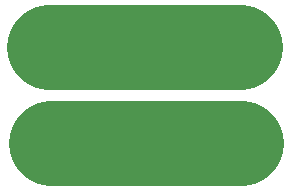
<source format=gbl>
%TF.GenerationSoftware,KiCad,Pcbnew,4.0.5-e0-6337~49~ubuntu16.04.1*%
%TF.CreationDate,2017-01-31T10:23:04-08:00*%
%TF.ProjectId,2x3-6mm-Square-SMT-Pushbutton,3278332D366D6D2D5371756172652D53,1.0*%
%TF.FileFunction,Copper,L2,Bot,Signal*%
%FSLAX46Y46*%
G04 Gerber Fmt 4.6, Leading zero omitted, Abs format (unit mm)*
G04 Created by KiCad (PCBNEW 4.0.5-e0-6337~49~ubuntu16.04.1) date Tue Jan 31 10:23:04 2017*
%MOMM*%
%LPD*%
G01*
G04 APERTURE LIST*
%ADD10C,0.350000*%
%ADD11C,7.200000*%
%ADD12C,6.000000*%
%ADD13C,0.350000*%
G04 APERTURE END LIST*
D10*
D11*
X150670000Y-107910000D02*
X134570000Y-107910000D01*
X150570000Y-99810000D02*
X134470000Y-99810000D01*
D12*
X134570000Y-99910000D03*
X142570000Y-99910000D03*
X142570000Y-107910000D03*
X134570000Y-107910000D03*
X150570000Y-99910000D03*
X150570000Y-107910000D03*
D13*
X134570000Y-99910000D03*
X142570000Y-99910000D03*
X142570000Y-107910000D03*
X134570000Y-107910000D03*
X150570000Y-99910000D03*
X150570000Y-107910000D03*
M02*

</source>
